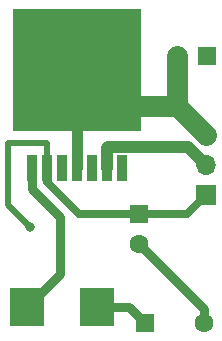
<source format=gbr>
%TF.GenerationSoftware,KiCad,Pcbnew,8.0.1-rc1*%
%TF.CreationDate,2024-10-01T19:15:30-07:00*%
%TF.ProjectId,LM2670SX-Carrier-SMD-inductor,4c4d3236-3730-4535-982d-436172726965,rev?*%
%TF.SameCoordinates,Original*%
%TF.FileFunction,Copper,L1,Top*%
%TF.FilePolarity,Positive*%
%FSLAX46Y46*%
G04 Gerber Fmt 4.6, Leading zero omitted, Abs format (unit mm)*
G04 Created by KiCad (PCBNEW 8.0.1-rc1) date 2024-10-01 19:15:30*
%MOMM*%
%LPD*%
G01*
G04 APERTURE LIST*
%TA.AperFunction,SMDPad,CuDef*%
%ADD10R,2.850000X3.300000*%
%TD*%
%TA.AperFunction,ComponentPad*%
%ADD11R,1.700000X1.700000*%
%TD*%
%TA.AperFunction,ComponentPad*%
%ADD12O,1.700000X1.700000*%
%TD*%
%TA.AperFunction,ComponentPad*%
%ADD13R,1.600000X1.600000*%
%TD*%
%TA.AperFunction,ComponentPad*%
%ADD14C,1.600000*%
%TD*%
%TA.AperFunction,SMDPad,CuDef*%
%ADD15R,0.910000X2.160000*%
%TD*%
%TA.AperFunction,SMDPad,CuDef*%
%ADD16R,10.800000X10.410000*%
%TD*%
%TA.AperFunction,ViaPad*%
%ADD17C,0.800000*%
%TD*%
%TA.AperFunction,Conductor*%
%ADD18C,0.508000*%
%TD*%
%TA.AperFunction,Conductor*%
%ADD19C,0.635000*%
%TD*%
%TA.AperFunction,Conductor*%
%ADD20C,0.762000*%
%TD*%
%TA.AperFunction,Conductor*%
%ADD21C,1.778000*%
%TD*%
%TA.AperFunction,Conductor*%
%ADD22C,0.889000*%
%TD*%
%TA.AperFunction,Conductor*%
%ADD23C,1.016000*%
%TD*%
G04 APERTURE END LIST*
D10*
%TO.P,L2,1*%
%TO.N,Net-(IC1-SWITCH_OUTPUT)*%
X173586822Y-110983767D03*
%TO.P,L2,2*%
%TO.N,+3V3*%
X179536822Y-110983767D03*
%TD*%
D11*
%TO.P,J1,1,Pin_1*%
%TO.N,+VDC*%
X188747700Y-101470200D03*
D12*
%TO.P,J1,2,Pin_2*%
%TO.N,+3V3*%
X188747700Y-98930200D03*
%TO.P,J1,3,Pin_3*%
%TO.N,GND*%
X188747700Y-96390200D03*
%TD*%
D13*
%TO.P,C2,1*%
%TO.N,+VDC*%
X183049019Y-103113785D03*
D14*
%TO.P,C2,2*%
%TO.N,GND*%
X183049019Y-105613785D03*
%TD*%
D13*
%TO.P,C1,1*%
%TO.N,+VDC*%
X188788945Y-89705684D03*
D14*
%TO.P,C1,2*%
%TO.N,GND*%
X186288945Y-89705684D03*
%TD*%
D13*
%TO.P,C5,1*%
%TO.N,+3V3*%
X183607426Y-112364040D03*
D14*
%TO.P,C5,2*%
%TO.N,GND*%
X188607426Y-112364040D03*
%TD*%
D15*
%TO.P,IC1,1,SWITCH_OUTPUT*%
%TO.N,Net-(IC1-SWITCH_OUTPUT)*%
X173990000Y-99210000D03*
%TO.P,IC1,2,INPUT*%
%TO.N,+VDC*%
X175260000Y-99210000D03*
%TO.P,IC1,3,CBOOST/CB*%
%TO.N,Net-(IC1-CBOOST{slash}CB)*%
X176530000Y-99210000D03*
%TO.P,IC1,4,GND*%
%TO.N,GND*%
X177800000Y-99210000D03*
%TO.P,IC1,5,SYNC*%
%TO.N,Net-(IC1-SYNC)*%
X179070000Y-99210000D03*
%TO.P,IC1,6,FEEDBACK/FB*%
%TO.N,+3V3*%
X180340000Y-99210000D03*
%TO.P,IC1,7,ON/~{OFF}*%
%TO.N,unconnected-(IC1-ON{slash}~{OFF}-Pad7)*%
X181610000Y-99210000D03*
D16*
%TO.P,IC1,8,EP*%
%TO.N,GND*%
X177800000Y-90890000D03*
%TD*%
D17*
%TO.N,GND*%
X178675492Y-92784981D03*
%TO.N,+VDC*%
X173796818Y-104170090D03*
%TO.N,GND*%
X177800000Y-99210000D03*
%TO.N,Net-(IC1-CBOOST{slash}CB)*%
X176530000Y-99210000D03*
%TO.N,Net-(IC1-SWITCH_OUTPUT)*%
X176374583Y-103326798D03*
X173990000Y-99210000D03*
%TO.N,Net-(IC1-SYNC)*%
X179070000Y-99210000D03*
%TD*%
D18*
%TO.N,+VDC*%
X175260000Y-97124712D02*
X175260000Y-99210000D01*
X171995785Y-102369057D02*
X171995785Y-97124712D01*
X173796818Y-104170090D02*
X171995785Y-102369057D01*
X171995785Y-97124712D02*
X175260000Y-97124712D01*
D19*
X177944056Y-103113785D02*
X183049019Y-103113785D01*
X175260000Y-100429729D02*
X177944056Y-103113785D01*
X175260000Y-99210000D02*
X175260000Y-100429729D01*
D20*
%TO.N,Net-(IC1-SWITCH_OUTPUT)*%
X176387413Y-108183176D02*
X173586822Y-110983767D01*
X176374583Y-103326798D02*
X176387413Y-103339628D01*
X176387413Y-103339628D02*
X176387413Y-108183176D01*
X173990000Y-100942215D02*
X173990000Y-99210000D01*
X176374583Y-103326798D02*
X173990000Y-100942215D01*
D19*
%TO.N,+VDC*%
X187104115Y-103113785D02*
X188747700Y-101470200D01*
X183049019Y-103113785D02*
X187104115Y-103113785D01*
D21*
%TO.N,GND*%
X186288945Y-89705684D02*
X186288945Y-93931445D01*
D20*
X188607426Y-111172192D02*
X183049019Y-105613785D01*
D22*
X177800000Y-99210000D02*
X177800000Y-90890000D01*
D20*
X188607426Y-112364040D02*
X188607426Y-111172192D01*
D21*
X186288945Y-93931445D02*
X180841445Y-93931445D01*
X186288945Y-93931445D02*
X188747700Y-96390200D01*
D20*
%TO.N,+3V3*%
X182227153Y-110983767D02*
X183607426Y-112364040D01*
X179536822Y-110983767D02*
X182227153Y-110983767D01*
D23*
X180340000Y-97529000D02*
X180447000Y-97422000D01*
X180340000Y-99210000D02*
X180340000Y-97529000D01*
X180447000Y-97422000D02*
X187239500Y-97422000D01*
X187239500Y-97422000D02*
X188747700Y-98930200D01*
%TD*%
M02*

</source>
